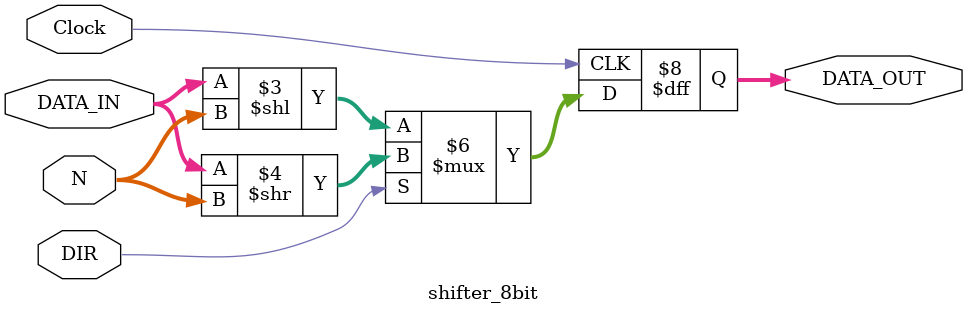
<source format=v>
module shifter_8bit (
    input  wire [7:0] DATA_IN,    // Input data
    input  wire [2:0] N,          // Number of positions to shift (0–7)
    input  wire       DIR,        // Direction: 0 = left, 1 = right
    input  wire       Clock,      // Clock signal
    output reg  [7:0] DATA_OUT    // Output shifted data
);

always @(posedge Clock) begin
    if (DIR == 1'b0) begin
        // Shift left by N positions
        DATA_OUT <= DATA_IN << N;
    end else begin
        // Shift right by N positions
        DATA_OUT <= DATA_IN >> N;
    end
end

endmodule


</source>
